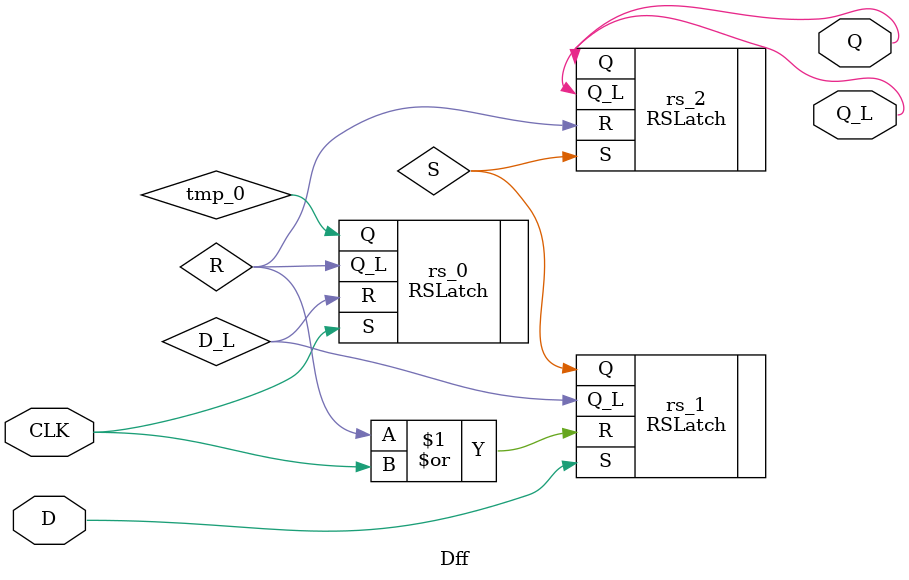
<source format=v>
`timescale 1ns / 1ps

module Dff(
    input CLK,
    input D,
    output Q,
    output Q_L
    );
	 
	 wire D_L, tmp_0, tmp_1, R, S;
	 
	 RSLatch rs_0(.R(D_L), .S(CLK), .Q(tmp_0), .Q_L(R));
	 RSLatch rs_1(.R((R | CLK)), .S(D), .Q(S), .Q_L(D_L));
	 RSLatch rs_2(.R(R), .S(S), .Q(Q), .Q_L(Q_L));

endmodule
</source>
